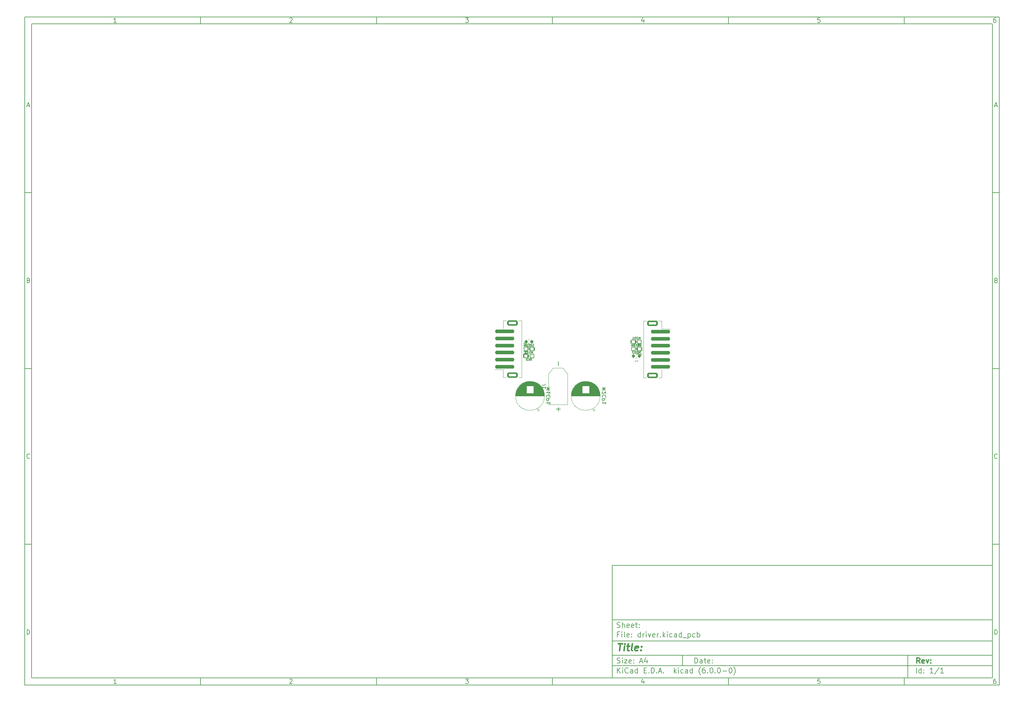
<source format=gbo>
%TF.GenerationSoftware,KiCad,Pcbnew,(6.0.0-0)*%
%TF.CreationDate,2022-05-20T11:27:59+08:00*%
%TF.ProjectId,driver,64726976-6572-42e6-9b69-6361645f7063,rev?*%
%TF.SameCoordinates,Original*%
%TF.FileFunction,Legend,Bot*%
%TF.FilePolarity,Positive*%
%FSLAX46Y46*%
G04 Gerber Fmt 4.6, Leading zero omitted, Abs format (unit mm)*
G04 Created by KiCad (PCBNEW (6.0.0-0)) date 2022-05-20 11:27:59*
%MOMM*%
%LPD*%
G01*
G04 APERTURE LIST*
G04 Aperture macros list*
%AMRoundRect*
0 Rectangle with rounded corners*
0 $1 Rounding radius*
0 $2 $3 $4 $5 $6 $7 $8 $9 X,Y pos of 4 corners*
0 Add a 4 corners polygon primitive as box body*
4,1,4,$2,$3,$4,$5,$6,$7,$8,$9,$2,$3,0*
0 Add four circle primitives for the rounded corners*
1,1,$1+$1,$2,$3*
1,1,$1+$1,$4,$5*
1,1,$1+$1,$6,$7*
1,1,$1+$1,$8,$9*
0 Add four rect primitives between the rounded corners*
20,1,$1+$1,$2,$3,$4,$5,0*
20,1,$1+$1,$4,$5,$6,$7,0*
20,1,$1+$1,$6,$7,$8,$9,0*
20,1,$1+$1,$8,$9,$2,$3,0*%
G04 Aperture macros list end*
%ADD10C,0.100000*%
%ADD11C,0.150000*%
%ADD12C,0.300000*%
%ADD13C,0.400000*%
%ADD14C,0.127000*%
%ADD15C,0.045000*%
%ADD16C,0.120000*%
%ADD17R,1.700000X1.700000*%
%ADD18O,1.700000X1.700000*%
%ADD19RoundRect,0.101600X0.499110X-0.499110X0.499110X0.499110X-0.499110X0.499110X-0.499110X-0.499110X0*%
%ADD20RoundRect,0.250000X2.500000X-0.250000X2.500000X0.250000X-2.500000X0.250000X-2.500000X-0.250000X0*%
%ADD21RoundRect,0.250000X1.250000X-0.550000X1.250000X0.550000X-1.250000X0.550000X-1.250000X-0.550000X0*%
%ADD22RoundRect,0.101600X-0.499110X0.499110X-0.499110X-0.499110X0.499110X-0.499110X0.499110X0.499110X0*%
%ADD23R,1.600000X1.600000*%
%ADD24C,1.600000*%
%ADD25RoundRect,0.250000X-2.500000X0.250000X-2.500000X-0.250000X2.500000X-0.250000X2.500000X0.250000X0*%
%ADD26RoundRect,0.250000X-1.250000X0.550000X-1.250000X-0.550000X1.250000X-0.550000X1.250000X0.550000X0*%
%ADD27RoundRect,0.200000X0.200000X0.275000X-0.200000X0.275000X-0.200000X-0.275000X0.200000X-0.275000X0*%
%ADD28R,3.800000X3.800000*%
%ADD29C,4.000000*%
G04 APERTURE END LIST*
D10*
D11*
X177002200Y-166007200D02*
X177002200Y-198007200D01*
X285002200Y-198007200D01*
X285002200Y-166007200D01*
X177002200Y-166007200D01*
D10*
D11*
X10000000Y-10000000D02*
X10000000Y-200007200D01*
X287002200Y-200007200D01*
X287002200Y-10000000D01*
X10000000Y-10000000D01*
D10*
D11*
X12000000Y-12000000D02*
X12000000Y-198007200D01*
X285002200Y-198007200D01*
X285002200Y-12000000D01*
X12000000Y-12000000D01*
D10*
D11*
X60000000Y-12000000D02*
X60000000Y-10000000D01*
D10*
D11*
X110000000Y-12000000D02*
X110000000Y-10000000D01*
D10*
D11*
X160000000Y-12000000D02*
X160000000Y-10000000D01*
D10*
D11*
X210000000Y-12000000D02*
X210000000Y-10000000D01*
D10*
D11*
X260000000Y-12000000D02*
X260000000Y-10000000D01*
D10*
D11*
X36065476Y-11588095D02*
X35322619Y-11588095D01*
X35694047Y-11588095D02*
X35694047Y-10288095D01*
X35570238Y-10473809D01*
X35446428Y-10597619D01*
X35322619Y-10659523D01*
D10*
D11*
X85322619Y-10411904D02*
X85384523Y-10350000D01*
X85508333Y-10288095D01*
X85817857Y-10288095D01*
X85941666Y-10350000D01*
X86003571Y-10411904D01*
X86065476Y-10535714D01*
X86065476Y-10659523D01*
X86003571Y-10845238D01*
X85260714Y-11588095D01*
X86065476Y-11588095D01*
D10*
D11*
X135260714Y-10288095D02*
X136065476Y-10288095D01*
X135632142Y-10783333D01*
X135817857Y-10783333D01*
X135941666Y-10845238D01*
X136003571Y-10907142D01*
X136065476Y-11030952D01*
X136065476Y-11340476D01*
X136003571Y-11464285D01*
X135941666Y-11526190D01*
X135817857Y-11588095D01*
X135446428Y-11588095D01*
X135322619Y-11526190D01*
X135260714Y-11464285D01*
D10*
D11*
X185941666Y-10721428D02*
X185941666Y-11588095D01*
X185632142Y-10226190D02*
X185322619Y-11154761D01*
X186127380Y-11154761D01*
D10*
D11*
X236003571Y-10288095D02*
X235384523Y-10288095D01*
X235322619Y-10907142D01*
X235384523Y-10845238D01*
X235508333Y-10783333D01*
X235817857Y-10783333D01*
X235941666Y-10845238D01*
X236003571Y-10907142D01*
X236065476Y-11030952D01*
X236065476Y-11340476D01*
X236003571Y-11464285D01*
X235941666Y-11526190D01*
X235817857Y-11588095D01*
X235508333Y-11588095D01*
X235384523Y-11526190D01*
X235322619Y-11464285D01*
D10*
D11*
X285941666Y-10288095D02*
X285694047Y-10288095D01*
X285570238Y-10350000D01*
X285508333Y-10411904D01*
X285384523Y-10597619D01*
X285322619Y-10845238D01*
X285322619Y-11340476D01*
X285384523Y-11464285D01*
X285446428Y-11526190D01*
X285570238Y-11588095D01*
X285817857Y-11588095D01*
X285941666Y-11526190D01*
X286003571Y-11464285D01*
X286065476Y-11340476D01*
X286065476Y-11030952D01*
X286003571Y-10907142D01*
X285941666Y-10845238D01*
X285817857Y-10783333D01*
X285570238Y-10783333D01*
X285446428Y-10845238D01*
X285384523Y-10907142D01*
X285322619Y-11030952D01*
D10*
D11*
X60000000Y-198007200D02*
X60000000Y-200007200D01*
D10*
D11*
X110000000Y-198007200D02*
X110000000Y-200007200D01*
D10*
D11*
X160000000Y-198007200D02*
X160000000Y-200007200D01*
D10*
D11*
X210000000Y-198007200D02*
X210000000Y-200007200D01*
D10*
D11*
X260000000Y-198007200D02*
X260000000Y-200007200D01*
D10*
D11*
X36065476Y-199595295D02*
X35322619Y-199595295D01*
X35694047Y-199595295D02*
X35694047Y-198295295D01*
X35570238Y-198481009D01*
X35446428Y-198604819D01*
X35322619Y-198666723D01*
D10*
D11*
X85322619Y-198419104D02*
X85384523Y-198357200D01*
X85508333Y-198295295D01*
X85817857Y-198295295D01*
X85941666Y-198357200D01*
X86003571Y-198419104D01*
X86065476Y-198542914D01*
X86065476Y-198666723D01*
X86003571Y-198852438D01*
X85260714Y-199595295D01*
X86065476Y-199595295D01*
D10*
D11*
X135260714Y-198295295D02*
X136065476Y-198295295D01*
X135632142Y-198790533D01*
X135817857Y-198790533D01*
X135941666Y-198852438D01*
X136003571Y-198914342D01*
X136065476Y-199038152D01*
X136065476Y-199347676D01*
X136003571Y-199471485D01*
X135941666Y-199533390D01*
X135817857Y-199595295D01*
X135446428Y-199595295D01*
X135322619Y-199533390D01*
X135260714Y-199471485D01*
D10*
D11*
X185941666Y-198728628D02*
X185941666Y-199595295D01*
X185632142Y-198233390D02*
X185322619Y-199161961D01*
X186127380Y-199161961D01*
D10*
D11*
X236003571Y-198295295D02*
X235384523Y-198295295D01*
X235322619Y-198914342D01*
X235384523Y-198852438D01*
X235508333Y-198790533D01*
X235817857Y-198790533D01*
X235941666Y-198852438D01*
X236003571Y-198914342D01*
X236065476Y-199038152D01*
X236065476Y-199347676D01*
X236003571Y-199471485D01*
X235941666Y-199533390D01*
X235817857Y-199595295D01*
X235508333Y-199595295D01*
X235384523Y-199533390D01*
X235322619Y-199471485D01*
D10*
D11*
X285941666Y-198295295D02*
X285694047Y-198295295D01*
X285570238Y-198357200D01*
X285508333Y-198419104D01*
X285384523Y-198604819D01*
X285322619Y-198852438D01*
X285322619Y-199347676D01*
X285384523Y-199471485D01*
X285446428Y-199533390D01*
X285570238Y-199595295D01*
X285817857Y-199595295D01*
X285941666Y-199533390D01*
X286003571Y-199471485D01*
X286065476Y-199347676D01*
X286065476Y-199038152D01*
X286003571Y-198914342D01*
X285941666Y-198852438D01*
X285817857Y-198790533D01*
X285570238Y-198790533D01*
X285446428Y-198852438D01*
X285384523Y-198914342D01*
X285322619Y-199038152D01*
D10*
D11*
X10000000Y-60000000D02*
X12000000Y-60000000D01*
D10*
D11*
X10000000Y-110000000D02*
X12000000Y-110000000D01*
D10*
D11*
X10000000Y-160000000D02*
X12000000Y-160000000D01*
D10*
D11*
X10690476Y-35216666D02*
X11309523Y-35216666D01*
X10566666Y-35588095D02*
X11000000Y-34288095D01*
X11433333Y-35588095D01*
D10*
D11*
X11092857Y-84907142D02*
X11278571Y-84969047D01*
X11340476Y-85030952D01*
X11402380Y-85154761D01*
X11402380Y-85340476D01*
X11340476Y-85464285D01*
X11278571Y-85526190D01*
X11154761Y-85588095D01*
X10659523Y-85588095D01*
X10659523Y-84288095D01*
X11092857Y-84288095D01*
X11216666Y-84350000D01*
X11278571Y-84411904D01*
X11340476Y-84535714D01*
X11340476Y-84659523D01*
X11278571Y-84783333D01*
X11216666Y-84845238D01*
X11092857Y-84907142D01*
X10659523Y-84907142D01*
D10*
D11*
X11402380Y-135464285D02*
X11340476Y-135526190D01*
X11154761Y-135588095D01*
X11030952Y-135588095D01*
X10845238Y-135526190D01*
X10721428Y-135402380D01*
X10659523Y-135278571D01*
X10597619Y-135030952D01*
X10597619Y-134845238D01*
X10659523Y-134597619D01*
X10721428Y-134473809D01*
X10845238Y-134350000D01*
X11030952Y-134288095D01*
X11154761Y-134288095D01*
X11340476Y-134350000D01*
X11402380Y-134411904D01*
D10*
D11*
X10659523Y-185588095D02*
X10659523Y-184288095D01*
X10969047Y-184288095D01*
X11154761Y-184350000D01*
X11278571Y-184473809D01*
X11340476Y-184597619D01*
X11402380Y-184845238D01*
X11402380Y-185030952D01*
X11340476Y-185278571D01*
X11278571Y-185402380D01*
X11154761Y-185526190D01*
X10969047Y-185588095D01*
X10659523Y-185588095D01*
D10*
D11*
X287002200Y-60000000D02*
X285002200Y-60000000D01*
D10*
D11*
X287002200Y-110000000D02*
X285002200Y-110000000D01*
D10*
D11*
X287002200Y-160000000D02*
X285002200Y-160000000D01*
D10*
D11*
X285692676Y-35216666D02*
X286311723Y-35216666D01*
X285568866Y-35588095D02*
X286002200Y-34288095D01*
X286435533Y-35588095D01*
D10*
D11*
X286095057Y-84907142D02*
X286280771Y-84969047D01*
X286342676Y-85030952D01*
X286404580Y-85154761D01*
X286404580Y-85340476D01*
X286342676Y-85464285D01*
X286280771Y-85526190D01*
X286156961Y-85588095D01*
X285661723Y-85588095D01*
X285661723Y-84288095D01*
X286095057Y-84288095D01*
X286218866Y-84350000D01*
X286280771Y-84411904D01*
X286342676Y-84535714D01*
X286342676Y-84659523D01*
X286280771Y-84783333D01*
X286218866Y-84845238D01*
X286095057Y-84907142D01*
X285661723Y-84907142D01*
D10*
D11*
X286404580Y-135464285D02*
X286342676Y-135526190D01*
X286156961Y-135588095D01*
X286033152Y-135588095D01*
X285847438Y-135526190D01*
X285723628Y-135402380D01*
X285661723Y-135278571D01*
X285599819Y-135030952D01*
X285599819Y-134845238D01*
X285661723Y-134597619D01*
X285723628Y-134473809D01*
X285847438Y-134350000D01*
X286033152Y-134288095D01*
X286156961Y-134288095D01*
X286342676Y-134350000D01*
X286404580Y-134411904D01*
D10*
D11*
X285661723Y-185588095D02*
X285661723Y-184288095D01*
X285971247Y-184288095D01*
X286156961Y-184350000D01*
X286280771Y-184473809D01*
X286342676Y-184597619D01*
X286404580Y-184845238D01*
X286404580Y-185030952D01*
X286342676Y-185278571D01*
X286280771Y-185402380D01*
X286156961Y-185526190D01*
X285971247Y-185588095D01*
X285661723Y-185588095D01*
D10*
D11*
X200434342Y-193785771D02*
X200434342Y-192285771D01*
X200791485Y-192285771D01*
X201005771Y-192357200D01*
X201148628Y-192500057D01*
X201220057Y-192642914D01*
X201291485Y-192928628D01*
X201291485Y-193142914D01*
X201220057Y-193428628D01*
X201148628Y-193571485D01*
X201005771Y-193714342D01*
X200791485Y-193785771D01*
X200434342Y-193785771D01*
X202577200Y-193785771D02*
X202577200Y-193000057D01*
X202505771Y-192857200D01*
X202362914Y-192785771D01*
X202077200Y-192785771D01*
X201934342Y-192857200D01*
X202577200Y-193714342D02*
X202434342Y-193785771D01*
X202077200Y-193785771D01*
X201934342Y-193714342D01*
X201862914Y-193571485D01*
X201862914Y-193428628D01*
X201934342Y-193285771D01*
X202077200Y-193214342D01*
X202434342Y-193214342D01*
X202577200Y-193142914D01*
X203077200Y-192785771D02*
X203648628Y-192785771D01*
X203291485Y-192285771D02*
X203291485Y-193571485D01*
X203362914Y-193714342D01*
X203505771Y-193785771D01*
X203648628Y-193785771D01*
X204720057Y-193714342D02*
X204577200Y-193785771D01*
X204291485Y-193785771D01*
X204148628Y-193714342D01*
X204077200Y-193571485D01*
X204077200Y-193000057D01*
X204148628Y-192857200D01*
X204291485Y-192785771D01*
X204577200Y-192785771D01*
X204720057Y-192857200D01*
X204791485Y-193000057D01*
X204791485Y-193142914D01*
X204077200Y-193285771D01*
X205434342Y-193642914D02*
X205505771Y-193714342D01*
X205434342Y-193785771D01*
X205362914Y-193714342D01*
X205434342Y-193642914D01*
X205434342Y-193785771D01*
X205434342Y-192857200D02*
X205505771Y-192928628D01*
X205434342Y-193000057D01*
X205362914Y-192928628D01*
X205434342Y-192857200D01*
X205434342Y-193000057D01*
D10*
D11*
X177002200Y-194507200D02*
X285002200Y-194507200D01*
D10*
D11*
X178434342Y-196585771D02*
X178434342Y-195085771D01*
X179291485Y-196585771D02*
X178648628Y-195728628D01*
X179291485Y-195085771D02*
X178434342Y-195942914D01*
X179934342Y-196585771D02*
X179934342Y-195585771D01*
X179934342Y-195085771D02*
X179862914Y-195157200D01*
X179934342Y-195228628D01*
X180005771Y-195157200D01*
X179934342Y-195085771D01*
X179934342Y-195228628D01*
X181505771Y-196442914D02*
X181434342Y-196514342D01*
X181220057Y-196585771D01*
X181077200Y-196585771D01*
X180862914Y-196514342D01*
X180720057Y-196371485D01*
X180648628Y-196228628D01*
X180577200Y-195942914D01*
X180577200Y-195728628D01*
X180648628Y-195442914D01*
X180720057Y-195300057D01*
X180862914Y-195157200D01*
X181077200Y-195085771D01*
X181220057Y-195085771D01*
X181434342Y-195157200D01*
X181505771Y-195228628D01*
X182791485Y-196585771D02*
X182791485Y-195800057D01*
X182720057Y-195657200D01*
X182577200Y-195585771D01*
X182291485Y-195585771D01*
X182148628Y-195657200D01*
X182791485Y-196514342D02*
X182648628Y-196585771D01*
X182291485Y-196585771D01*
X182148628Y-196514342D01*
X182077200Y-196371485D01*
X182077200Y-196228628D01*
X182148628Y-196085771D01*
X182291485Y-196014342D01*
X182648628Y-196014342D01*
X182791485Y-195942914D01*
X184148628Y-196585771D02*
X184148628Y-195085771D01*
X184148628Y-196514342D02*
X184005771Y-196585771D01*
X183720057Y-196585771D01*
X183577200Y-196514342D01*
X183505771Y-196442914D01*
X183434342Y-196300057D01*
X183434342Y-195871485D01*
X183505771Y-195728628D01*
X183577200Y-195657200D01*
X183720057Y-195585771D01*
X184005771Y-195585771D01*
X184148628Y-195657200D01*
X186005771Y-195800057D02*
X186505771Y-195800057D01*
X186720057Y-196585771D02*
X186005771Y-196585771D01*
X186005771Y-195085771D01*
X186720057Y-195085771D01*
X187362914Y-196442914D02*
X187434342Y-196514342D01*
X187362914Y-196585771D01*
X187291485Y-196514342D01*
X187362914Y-196442914D01*
X187362914Y-196585771D01*
X188077200Y-196585771D02*
X188077200Y-195085771D01*
X188434342Y-195085771D01*
X188648628Y-195157200D01*
X188791485Y-195300057D01*
X188862914Y-195442914D01*
X188934342Y-195728628D01*
X188934342Y-195942914D01*
X188862914Y-196228628D01*
X188791485Y-196371485D01*
X188648628Y-196514342D01*
X188434342Y-196585771D01*
X188077200Y-196585771D01*
X189577200Y-196442914D02*
X189648628Y-196514342D01*
X189577200Y-196585771D01*
X189505771Y-196514342D01*
X189577200Y-196442914D01*
X189577200Y-196585771D01*
X190220057Y-196157200D02*
X190934342Y-196157200D01*
X190077200Y-196585771D02*
X190577200Y-195085771D01*
X191077200Y-196585771D01*
X191577200Y-196442914D02*
X191648628Y-196514342D01*
X191577200Y-196585771D01*
X191505771Y-196514342D01*
X191577200Y-196442914D01*
X191577200Y-196585771D01*
X194577200Y-196585771D02*
X194577200Y-195085771D01*
X194720057Y-196014342D02*
X195148628Y-196585771D01*
X195148628Y-195585771D02*
X194577200Y-196157200D01*
X195791485Y-196585771D02*
X195791485Y-195585771D01*
X195791485Y-195085771D02*
X195720057Y-195157200D01*
X195791485Y-195228628D01*
X195862914Y-195157200D01*
X195791485Y-195085771D01*
X195791485Y-195228628D01*
X197148628Y-196514342D02*
X197005771Y-196585771D01*
X196720057Y-196585771D01*
X196577200Y-196514342D01*
X196505771Y-196442914D01*
X196434342Y-196300057D01*
X196434342Y-195871485D01*
X196505771Y-195728628D01*
X196577200Y-195657200D01*
X196720057Y-195585771D01*
X197005771Y-195585771D01*
X197148628Y-195657200D01*
X198434342Y-196585771D02*
X198434342Y-195800057D01*
X198362914Y-195657200D01*
X198220057Y-195585771D01*
X197934342Y-195585771D01*
X197791485Y-195657200D01*
X198434342Y-196514342D02*
X198291485Y-196585771D01*
X197934342Y-196585771D01*
X197791485Y-196514342D01*
X197720057Y-196371485D01*
X197720057Y-196228628D01*
X197791485Y-196085771D01*
X197934342Y-196014342D01*
X198291485Y-196014342D01*
X198434342Y-195942914D01*
X199791485Y-196585771D02*
X199791485Y-195085771D01*
X199791485Y-196514342D02*
X199648628Y-196585771D01*
X199362914Y-196585771D01*
X199220057Y-196514342D01*
X199148628Y-196442914D01*
X199077200Y-196300057D01*
X199077200Y-195871485D01*
X199148628Y-195728628D01*
X199220057Y-195657200D01*
X199362914Y-195585771D01*
X199648628Y-195585771D01*
X199791485Y-195657200D01*
X202077200Y-197157200D02*
X202005771Y-197085771D01*
X201862914Y-196871485D01*
X201791485Y-196728628D01*
X201720057Y-196514342D01*
X201648628Y-196157200D01*
X201648628Y-195871485D01*
X201720057Y-195514342D01*
X201791485Y-195300057D01*
X201862914Y-195157200D01*
X202005771Y-194942914D01*
X202077200Y-194871485D01*
X203291485Y-195085771D02*
X203005771Y-195085771D01*
X202862914Y-195157200D01*
X202791485Y-195228628D01*
X202648628Y-195442914D01*
X202577200Y-195728628D01*
X202577200Y-196300057D01*
X202648628Y-196442914D01*
X202720057Y-196514342D01*
X202862914Y-196585771D01*
X203148628Y-196585771D01*
X203291485Y-196514342D01*
X203362914Y-196442914D01*
X203434342Y-196300057D01*
X203434342Y-195942914D01*
X203362914Y-195800057D01*
X203291485Y-195728628D01*
X203148628Y-195657200D01*
X202862914Y-195657200D01*
X202720057Y-195728628D01*
X202648628Y-195800057D01*
X202577200Y-195942914D01*
X204077200Y-196442914D02*
X204148628Y-196514342D01*
X204077200Y-196585771D01*
X204005771Y-196514342D01*
X204077200Y-196442914D01*
X204077200Y-196585771D01*
X205077200Y-195085771D02*
X205220057Y-195085771D01*
X205362914Y-195157200D01*
X205434342Y-195228628D01*
X205505771Y-195371485D01*
X205577200Y-195657200D01*
X205577200Y-196014342D01*
X205505771Y-196300057D01*
X205434342Y-196442914D01*
X205362914Y-196514342D01*
X205220057Y-196585771D01*
X205077200Y-196585771D01*
X204934342Y-196514342D01*
X204862914Y-196442914D01*
X204791485Y-196300057D01*
X204720057Y-196014342D01*
X204720057Y-195657200D01*
X204791485Y-195371485D01*
X204862914Y-195228628D01*
X204934342Y-195157200D01*
X205077200Y-195085771D01*
X206220057Y-196442914D02*
X206291485Y-196514342D01*
X206220057Y-196585771D01*
X206148628Y-196514342D01*
X206220057Y-196442914D01*
X206220057Y-196585771D01*
X207220057Y-195085771D02*
X207362914Y-195085771D01*
X207505771Y-195157200D01*
X207577200Y-195228628D01*
X207648628Y-195371485D01*
X207720057Y-195657200D01*
X207720057Y-196014342D01*
X207648628Y-196300057D01*
X207577200Y-196442914D01*
X207505771Y-196514342D01*
X207362914Y-196585771D01*
X207220057Y-196585771D01*
X207077200Y-196514342D01*
X207005771Y-196442914D01*
X206934342Y-196300057D01*
X206862914Y-196014342D01*
X206862914Y-195657200D01*
X206934342Y-195371485D01*
X207005771Y-195228628D01*
X207077200Y-195157200D01*
X207220057Y-195085771D01*
X208362914Y-196014342D02*
X209505771Y-196014342D01*
X210505771Y-195085771D02*
X210648628Y-195085771D01*
X210791485Y-195157200D01*
X210862914Y-195228628D01*
X210934342Y-195371485D01*
X211005771Y-195657200D01*
X211005771Y-196014342D01*
X210934342Y-196300057D01*
X210862914Y-196442914D01*
X210791485Y-196514342D01*
X210648628Y-196585771D01*
X210505771Y-196585771D01*
X210362914Y-196514342D01*
X210291485Y-196442914D01*
X210220057Y-196300057D01*
X210148628Y-196014342D01*
X210148628Y-195657200D01*
X210220057Y-195371485D01*
X210291485Y-195228628D01*
X210362914Y-195157200D01*
X210505771Y-195085771D01*
X211505771Y-197157200D02*
X211577200Y-197085771D01*
X211720057Y-196871485D01*
X211791485Y-196728628D01*
X211862914Y-196514342D01*
X211934342Y-196157200D01*
X211934342Y-195871485D01*
X211862914Y-195514342D01*
X211791485Y-195300057D01*
X211720057Y-195157200D01*
X211577200Y-194942914D01*
X211505771Y-194871485D01*
D10*
D11*
X177002200Y-191507200D02*
X285002200Y-191507200D01*
D10*
D12*
X264411485Y-193785771D02*
X263911485Y-193071485D01*
X263554342Y-193785771D02*
X263554342Y-192285771D01*
X264125771Y-192285771D01*
X264268628Y-192357200D01*
X264340057Y-192428628D01*
X264411485Y-192571485D01*
X264411485Y-192785771D01*
X264340057Y-192928628D01*
X264268628Y-193000057D01*
X264125771Y-193071485D01*
X263554342Y-193071485D01*
X265625771Y-193714342D02*
X265482914Y-193785771D01*
X265197200Y-193785771D01*
X265054342Y-193714342D01*
X264982914Y-193571485D01*
X264982914Y-193000057D01*
X265054342Y-192857200D01*
X265197200Y-192785771D01*
X265482914Y-192785771D01*
X265625771Y-192857200D01*
X265697200Y-193000057D01*
X265697200Y-193142914D01*
X264982914Y-193285771D01*
X266197200Y-192785771D02*
X266554342Y-193785771D01*
X266911485Y-192785771D01*
X267482914Y-193642914D02*
X267554342Y-193714342D01*
X267482914Y-193785771D01*
X267411485Y-193714342D01*
X267482914Y-193642914D01*
X267482914Y-193785771D01*
X267482914Y-192857200D02*
X267554342Y-192928628D01*
X267482914Y-193000057D01*
X267411485Y-192928628D01*
X267482914Y-192857200D01*
X267482914Y-193000057D01*
D10*
D11*
X178362914Y-193714342D02*
X178577200Y-193785771D01*
X178934342Y-193785771D01*
X179077200Y-193714342D01*
X179148628Y-193642914D01*
X179220057Y-193500057D01*
X179220057Y-193357200D01*
X179148628Y-193214342D01*
X179077200Y-193142914D01*
X178934342Y-193071485D01*
X178648628Y-193000057D01*
X178505771Y-192928628D01*
X178434342Y-192857200D01*
X178362914Y-192714342D01*
X178362914Y-192571485D01*
X178434342Y-192428628D01*
X178505771Y-192357200D01*
X178648628Y-192285771D01*
X179005771Y-192285771D01*
X179220057Y-192357200D01*
X179862914Y-193785771D02*
X179862914Y-192785771D01*
X179862914Y-192285771D02*
X179791485Y-192357200D01*
X179862914Y-192428628D01*
X179934342Y-192357200D01*
X179862914Y-192285771D01*
X179862914Y-192428628D01*
X180434342Y-192785771D02*
X181220057Y-192785771D01*
X180434342Y-193785771D01*
X181220057Y-193785771D01*
X182362914Y-193714342D02*
X182220057Y-193785771D01*
X181934342Y-193785771D01*
X181791485Y-193714342D01*
X181720057Y-193571485D01*
X181720057Y-193000057D01*
X181791485Y-192857200D01*
X181934342Y-192785771D01*
X182220057Y-192785771D01*
X182362914Y-192857200D01*
X182434342Y-193000057D01*
X182434342Y-193142914D01*
X181720057Y-193285771D01*
X183077200Y-193642914D02*
X183148628Y-193714342D01*
X183077200Y-193785771D01*
X183005771Y-193714342D01*
X183077200Y-193642914D01*
X183077200Y-193785771D01*
X183077200Y-192857200D02*
X183148628Y-192928628D01*
X183077200Y-193000057D01*
X183005771Y-192928628D01*
X183077200Y-192857200D01*
X183077200Y-193000057D01*
X184862914Y-193357200D02*
X185577200Y-193357200D01*
X184720057Y-193785771D02*
X185220057Y-192285771D01*
X185720057Y-193785771D01*
X186862914Y-192785771D02*
X186862914Y-193785771D01*
X186505771Y-192214342D02*
X186148628Y-193285771D01*
X187077200Y-193285771D01*
D10*
D11*
X263434342Y-196585771D02*
X263434342Y-195085771D01*
X264791485Y-196585771D02*
X264791485Y-195085771D01*
X264791485Y-196514342D02*
X264648628Y-196585771D01*
X264362914Y-196585771D01*
X264220057Y-196514342D01*
X264148628Y-196442914D01*
X264077200Y-196300057D01*
X264077200Y-195871485D01*
X264148628Y-195728628D01*
X264220057Y-195657200D01*
X264362914Y-195585771D01*
X264648628Y-195585771D01*
X264791485Y-195657200D01*
X265505771Y-196442914D02*
X265577200Y-196514342D01*
X265505771Y-196585771D01*
X265434342Y-196514342D01*
X265505771Y-196442914D01*
X265505771Y-196585771D01*
X265505771Y-195657200D02*
X265577200Y-195728628D01*
X265505771Y-195800057D01*
X265434342Y-195728628D01*
X265505771Y-195657200D01*
X265505771Y-195800057D01*
X268148628Y-196585771D02*
X267291485Y-196585771D01*
X267720057Y-196585771D02*
X267720057Y-195085771D01*
X267577200Y-195300057D01*
X267434342Y-195442914D01*
X267291485Y-195514342D01*
X269862914Y-195014342D02*
X268577200Y-196942914D01*
X271148628Y-196585771D02*
X270291485Y-196585771D01*
X270720057Y-196585771D02*
X270720057Y-195085771D01*
X270577200Y-195300057D01*
X270434342Y-195442914D01*
X270291485Y-195514342D01*
D10*
D11*
X177002200Y-187507200D02*
X285002200Y-187507200D01*
D10*
D13*
X178714580Y-188211961D02*
X179857438Y-188211961D01*
X179036009Y-190211961D02*
X179286009Y-188211961D01*
X180274104Y-190211961D02*
X180440771Y-188878628D01*
X180524104Y-188211961D02*
X180416961Y-188307200D01*
X180500295Y-188402438D01*
X180607438Y-188307200D01*
X180524104Y-188211961D01*
X180500295Y-188402438D01*
X181107438Y-188878628D02*
X181869342Y-188878628D01*
X181476485Y-188211961D02*
X181262200Y-189926247D01*
X181333628Y-190116723D01*
X181512200Y-190211961D01*
X181702676Y-190211961D01*
X182655057Y-190211961D02*
X182476485Y-190116723D01*
X182405057Y-189926247D01*
X182619342Y-188211961D01*
X184190771Y-190116723D02*
X183988390Y-190211961D01*
X183607438Y-190211961D01*
X183428866Y-190116723D01*
X183357438Y-189926247D01*
X183452676Y-189164342D01*
X183571723Y-188973866D01*
X183774104Y-188878628D01*
X184155057Y-188878628D01*
X184333628Y-188973866D01*
X184405057Y-189164342D01*
X184381247Y-189354819D01*
X183405057Y-189545295D01*
X185155057Y-190021485D02*
X185238390Y-190116723D01*
X185131247Y-190211961D01*
X185047914Y-190116723D01*
X185155057Y-190021485D01*
X185131247Y-190211961D01*
X185286009Y-188973866D02*
X185369342Y-189069104D01*
X185262200Y-189164342D01*
X185178866Y-189069104D01*
X185286009Y-188973866D01*
X185262200Y-189164342D01*
D10*
D11*
X178934342Y-185600057D02*
X178434342Y-185600057D01*
X178434342Y-186385771D02*
X178434342Y-184885771D01*
X179148628Y-184885771D01*
X179720057Y-186385771D02*
X179720057Y-185385771D01*
X179720057Y-184885771D02*
X179648628Y-184957200D01*
X179720057Y-185028628D01*
X179791485Y-184957200D01*
X179720057Y-184885771D01*
X179720057Y-185028628D01*
X180648628Y-186385771D02*
X180505771Y-186314342D01*
X180434342Y-186171485D01*
X180434342Y-184885771D01*
X181791485Y-186314342D02*
X181648628Y-186385771D01*
X181362914Y-186385771D01*
X181220057Y-186314342D01*
X181148628Y-186171485D01*
X181148628Y-185600057D01*
X181220057Y-185457200D01*
X181362914Y-185385771D01*
X181648628Y-185385771D01*
X181791485Y-185457200D01*
X181862914Y-185600057D01*
X181862914Y-185742914D01*
X181148628Y-185885771D01*
X182505771Y-186242914D02*
X182577200Y-186314342D01*
X182505771Y-186385771D01*
X182434342Y-186314342D01*
X182505771Y-186242914D01*
X182505771Y-186385771D01*
X182505771Y-185457200D02*
X182577200Y-185528628D01*
X182505771Y-185600057D01*
X182434342Y-185528628D01*
X182505771Y-185457200D01*
X182505771Y-185600057D01*
X185005771Y-186385771D02*
X185005771Y-184885771D01*
X185005771Y-186314342D02*
X184862914Y-186385771D01*
X184577200Y-186385771D01*
X184434342Y-186314342D01*
X184362914Y-186242914D01*
X184291485Y-186100057D01*
X184291485Y-185671485D01*
X184362914Y-185528628D01*
X184434342Y-185457200D01*
X184577200Y-185385771D01*
X184862914Y-185385771D01*
X185005771Y-185457200D01*
X185720057Y-186385771D02*
X185720057Y-185385771D01*
X185720057Y-185671485D02*
X185791485Y-185528628D01*
X185862914Y-185457200D01*
X186005771Y-185385771D01*
X186148628Y-185385771D01*
X186648628Y-186385771D02*
X186648628Y-185385771D01*
X186648628Y-184885771D02*
X186577200Y-184957200D01*
X186648628Y-185028628D01*
X186720057Y-184957200D01*
X186648628Y-184885771D01*
X186648628Y-185028628D01*
X187220057Y-185385771D02*
X187577200Y-186385771D01*
X187934342Y-185385771D01*
X189077200Y-186314342D02*
X188934342Y-186385771D01*
X188648628Y-186385771D01*
X188505771Y-186314342D01*
X188434342Y-186171485D01*
X188434342Y-185600057D01*
X188505771Y-185457200D01*
X188648628Y-185385771D01*
X188934342Y-185385771D01*
X189077200Y-185457200D01*
X189148628Y-185600057D01*
X189148628Y-185742914D01*
X188434342Y-185885771D01*
X189791485Y-186385771D02*
X189791485Y-185385771D01*
X189791485Y-185671485D02*
X189862914Y-185528628D01*
X189934342Y-185457200D01*
X190077200Y-185385771D01*
X190220057Y-185385771D01*
X190720057Y-186242914D02*
X190791485Y-186314342D01*
X190720057Y-186385771D01*
X190648628Y-186314342D01*
X190720057Y-186242914D01*
X190720057Y-186385771D01*
X191434342Y-186385771D02*
X191434342Y-184885771D01*
X191577200Y-185814342D02*
X192005771Y-186385771D01*
X192005771Y-185385771D02*
X191434342Y-185957200D01*
X192648628Y-186385771D02*
X192648628Y-185385771D01*
X192648628Y-184885771D02*
X192577200Y-184957200D01*
X192648628Y-185028628D01*
X192720057Y-184957200D01*
X192648628Y-184885771D01*
X192648628Y-185028628D01*
X194005771Y-186314342D02*
X193862914Y-186385771D01*
X193577200Y-186385771D01*
X193434342Y-186314342D01*
X193362914Y-186242914D01*
X193291485Y-186100057D01*
X193291485Y-185671485D01*
X193362914Y-185528628D01*
X193434342Y-185457200D01*
X193577200Y-185385771D01*
X193862914Y-185385771D01*
X194005771Y-185457200D01*
X195291485Y-186385771D02*
X195291485Y-185600057D01*
X195220057Y-185457200D01*
X195077200Y-185385771D01*
X194791485Y-185385771D01*
X194648628Y-185457200D01*
X195291485Y-186314342D02*
X195148628Y-186385771D01*
X194791485Y-186385771D01*
X194648628Y-186314342D01*
X194577200Y-186171485D01*
X194577200Y-186028628D01*
X194648628Y-185885771D01*
X194791485Y-185814342D01*
X195148628Y-185814342D01*
X195291485Y-185742914D01*
X196648628Y-186385771D02*
X196648628Y-184885771D01*
X196648628Y-186314342D02*
X196505771Y-186385771D01*
X196220057Y-186385771D01*
X196077200Y-186314342D01*
X196005771Y-186242914D01*
X195934342Y-186100057D01*
X195934342Y-185671485D01*
X196005771Y-185528628D01*
X196077200Y-185457200D01*
X196220057Y-185385771D01*
X196505771Y-185385771D01*
X196648628Y-185457200D01*
X197005771Y-186528628D02*
X198148628Y-186528628D01*
X198505771Y-185385771D02*
X198505771Y-186885771D01*
X198505771Y-185457200D02*
X198648628Y-185385771D01*
X198934342Y-185385771D01*
X199077200Y-185457200D01*
X199148628Y-185528628D01*
X199220057Y-185671485D01*
X199220057Y-186100057D01*
X199148628Y-186242914D01*
X199077200Y-186314342D01*
X198934342Y-186385771D01*
X198648628Y-186385771D01*
X198505771Y-186314342D01*
X200505771Y-186314342D02*
X200362914Y-186385771D01*
X200077200Y-186385771D01*
X199934342Y-186314342D01*
X199862914Y-186242914D01*
X199791485Y-186100057D01*
X199791485Y-185671485D01*
X199862914Y-185528628D01*
X199934342Y-185457200D01*
X200077200Y-185385771D01*
X200362914Y-185385771D01*
X200505771Y-185457200D01*
X201148628Y-186385771D02*
X201148628Y-184885771D01*
X201148628Y-185457200D02*
X201291485Y-185385771D01*
X201577200Y-185385771D01*
X201720057Y-185457200D01*
X201791485Y-185528628D01*
X201862914Y-185671485D01*
X201862914Y-186100057D01*
X201791485Y-186242914D01*
X201720057Y-186314342D01*
X201577200Y-186385771D01*
X201291485Y-186385771D01*
X201148628Y-186314342D01*
D10*
D11*
X177002200Y-181507200D02*
X285002200Y-181507200D01*
D10*
D11*
X178362914Y-183614342D02*
X178577200Y-183685771D01*
X178934342Y-183685771D01*
X179077200Y-183614342D01*
X179148628Y-183542914D01*
X179220057Y-183400057D01*
X179220057Y-183257200D01*
X179148628Y-183114342D01*
X179077200Y-183042914D01*
X178934342Y-182971485D01*
X178648628Y-182900057D01*
X178505771Y-182828628D01*
X178434342Y-182757200D01*
X178362914Y-182614342D01*
X178362914Y-182471485D01*
X178434342Y-182328628D01*
X178505771Y-182257200D01*
X178648628Y-182185771D01*
X179005771Y-182185771D01*
X179220057Y-182257200D01*
X179862914Y-183685771D02*
X179862914Y-182185771D01*
X180505771Y-183685771D02*
X180505771Y-182900057D01*
X180434342Y-182757200D01*
X180291485Y-182685771D01*
X180077200Y-182685771D01*
X179934342Y-182757200D01*
X179862914Y-182828628D01*
X181791485Y-183614342D02*
X181648628Y-183685771D01*
X181362914Y-183685771D01*
X181220057Y-183614342D01*
X181148628Y-183471485D01*
X181148628Y-182900057D01*
X181220057Y-182757200D01*
X181362914Y-182685771D01*
X181648628Y-182685771D01*
X181791485Y-182757200D01*
X181862914Y-182900057D01*
X181862914Y-183042914D01*
X181148628Y-183185771D01*
X183077200Y-183614342D02*
X182934342Y-183685771D01*
X182648628Y-183685771D01*
X182505771Y-183614342D01*
X182434342Y-183471485D01*
X182434342Y-182900057D01*
X182505771Y-182757200D01*
X182648628Y-182685771D01*
X182934342Y-182685771D01*
X183077200Y-182757200D01*
X183148628Y-182900057D01*
X183148628Y-183042914D01*
X182434342Y-183185771D01*
X183577200Y-182685771D02*
X184148628Y-182685771D01*
X183791485Y-182185771D02*
X183791485Y-183471485D01*
X183862914Y-183614342D01*
X184005771Y-183685771D01*
X184148628Y-183685771D01*
X184648628Y-183542914D02*
X184720057Y-183614342D01*
X184648628Y-183685771D01*
X184577200Y-183614342D01*
X184648628Y-183542914D01*
X184648628Y-183685771D01*
X184648628Y-182757200D02*
X184720057Y-182828628D01*
X184648628Y-182900057D01*
X184577200Y-182828628D01*
X184648628Y-182757200D01*
X184648628Y-182900057D01*
D10*
D12*
D10*
D11*
D10*
D11*
D10*
D11*
D10*
D11*
D10*
D11*
X197002200Y-191507200D02*
X197002200Y-194507200D01*
D10*
D11*
X261002200Y-191507200D02*
X261002200Y-198007200D01*
D14*
%TO.C,M1D2*%
X154390271Y-105685771D02*
X154390271Y-105076171D01*
X154187071Y-105511600D01*
X153983871Y-105076171D01*
X153983871Y-105685771D01*
X153374271Y-105685771D02*
X153722614Y-105685771D01*
X153548442Y-105685771D02*
X153548442Y-105076171D01*
X153606500Y-105163257D01*
X153664557Y-105221314D01*
X153722614Y-105250342D01*
X153113014Y-105685771D02*
X153113014Y-105076171D01*
X152967871Y-105076171D01*
X152880785Y-105105200D01*
X152822728Y-105163257D01*
X152793700Y-105221314D01*
X152764671Y-105337428D01*
X152764671Y-105424514D01*
X152793700Y-105540628D01*
X152822728Y-105598685D01*
X152880785Y-105656742D01*
X152967871Y-105685771D01*
X153113014Y-105685771D01*
X152532442Y-105134228D02*
X152503414Y-105105200D01*
X152445357Y-105076171D01*
X152300214Y-105076171D01*
X152242157Y-105105200D01*
X152213128Y-105134228D01*
X152184100Y-105192285D01*
X152184100Y-105250342D01*
X152213128Y-105337428D01*
X152561471Y-105685771D01*
X152184100Y-105685771D01*
X154317700Y-103073200D02*
X154375757Y-103044171D01*
X154462842Y-103044171D01*
X154549928Y-103073200D01*
X154607985Y-103131257D01*
X154637014Y-103189314D01*
X154666042Y-103305428D01*
X154666042Y-103392514D01*
X154637014Y-103508628D01*
X154607985Y-103566685D01*
X154549928Y-103624742D01*
X154462842Y-103653771D01*
X154404785Y-103653771D01*
X154317700Y-103624742D01*
X154288671Y-103595714D01*
X154288671Y-103392514D01*
X154404785Y-103392514D01*
X153679071Y-103653771D02*
X153882271Y-103363485D01*
X154027414Y-103653771D02*
X154027414Y-103044171D01*
X153795185Y-103044171D01*
X153737128Y-103073200D01*
X153708100Y-103102228D01*
X153679071Y-103160285D01*
X153679071Y-103247371D01*
X153708100Y-103305428D01*
X153737128Y-103334457D01*
X153795185Y-103363485D01*
X154027414Y-103363485D01*
X153417814Y-103334457D02*
X153214614Y-103334457D01*
X153127528Y-103653771D02*
X153417814Y-103653771D01*
X153417814Y-103044171D01*
X153127528Y-103044171D01*
X152866271Y-103334457D02*
X152663071Y-103334457D01*
X152575985Y-103653771D02*
X152866271Y-103653771D01*
X152866271Y-103044171D01*
X152575985Y-103044171D01*
X152314728Y-103653771D02*
X152314728Y-103044171D01*
X151966385Y-103653771D01*
X151966385Y-103044171D01*
%TO.C,M2D2*%
X184921571Y-105685771D02*
X184921571Y-105076171D01*
X184718371Y-105511600D01*
X184515171Y-105076171D01*
X184515171Y-105685771D01*
X184253914Y-105134228D02*
X184224885Y-105105200D01*
X184166828Y-105076171D01*
X184021685Y-105076171D01*
X183963628Y-105105200D01*
X183934600Y-105134228D01*
X183905571Y-105192285D01*
X183905571Y-105250342D01*
X183934600Y-105337428D01*
X184282942Y-105685771D01*
X183905571Y-105685771D01*
X183644314Y-105685771D02*
X183644314Y-105076171D01*
X183499171Y-105076171D01*
X183412085Y-105105200D01*
X183354028Y-105163257D01*
X183325000Y-105221314D01*
X183295971Y-105337428D01*
X183295971Y-105424514D01*
X183325000Y-105540628D01*
X183354028Y-105598685D01*
X183412085Y-105656742D01*
X183499171Y-105685771D01*
X183644314Y-105685771D01*
X183063742Y-105134228D02*
X183034714Y-105105200D01*
X182976657Y-105076171D01*
X182831514Y-105076171D01*
X182773457Y-105105200D01*
X182744428Y-105134228D01*
X182715400Y-105192285D01*
X182715400Y-105250342D01*
X182744428Y-105337428D01*
X183092771Y-105685771D01*
X182715400Y-105685771D01*
X184849000Y-103073200D02*
X184907057Y-103044171D01*
X184994142Y-103044171D01*
X185081228Y-103073200D01*
X185139285Y-103131257D01*
X185168314Y-103189314D01*
X185197342Y-103305428D01*
X185197342Y-103392514D01*
X185168314Y-103508628D01*
X185139285Y-103566685D01*
X185081228Y-103624742D01*
X184994142Y-103653771D01*
X184936085Y-103653771D01*
X184849000Y-103624742D01*
X184819971Y-103595714D01*
X184819971Y-103392514D01*
X184936085Y-103392514D01*
X184210371Y-103653771D02*
X184413571Y-103363485D01*
X184558714Y-103653771D02*
X184558714Y-103044171D01*
X184326485Y-103044171D01*
X184268428Y-103073200D01*
X184239400Y-103102228D01*
X184210371Y-103160285D01*
X184210371Y-103247371D01*
X184239400Y-103305428D01*
X184268428Y-103334457D01*
X184326485Y-103363485D01*
X184558714Y-103363485D01*
X183949114Y-103334457D02*
X183745914Y-103334457D01*
X183658828Y-103653771D02*
X183949114Y-103653771D01*
X183949114Y-103044171D01*
X183658828Y-103044171D01*
X183397571Y-103334457D02*
X183194371Y-103334457D01*
X183107285Y-103653771D02*
X183397571Y-103653771D01*
X183397571Y-103044171D01*
X183107285Y-103044171D01*
X182846028Y-103653771D02*
X182846028Y-103044171D01*
X182497685Y-103653771D01*
X182497685Y-103044171D01*
D11*
%TO.C,M1J1*%
X152798726Y-102798533D02*
X151798726Y-102798533D01*
X152513012Y-103131866D01*
X151798726Y-103465200D01*
X152798726Y-103465200D01*
X152798726Y-104465200D02*
X152798726Y-103893771D01*
X152798726Y-104179485D02*
X151798726Y-104179485D01*
X151941584Y-104084247D01*
X152036822Y-103989009D01*
X152084441Y-103893771D01*
X151798726Y-105179485D02*
X152513012Y-105179485D01*
X152655869Y-105131866D01*
X152751107Y-105036628D01*
X152798726Y-104893771D01*
X152798726Y-104798533D01*
X152798726Y-106179485D02*
X152798726Y-105608057D01*
X152798726Y-105893771D02*
X151798726Y-105893771D01*
X151941584Y-105798533D01*
X152036822Y-105703295D01*
X152084441Y-105608057D01*
D14*
%TO.C,M1D1*%
X154390271Y-105685771D02*
X154390271Y-105076171D01*
X154187071Y-105511600D01*
X153983871Y-105076171D01*
X153983871Y-105685771D01*
X153374271Y-105685771D02*
X153722614Y-105685771D01*
X153548442Y-105685771D02*
X153548442Y-105076171D01*
X153606500Y-105163257D01*
X153664557Y-105221314D01*
X153722614Y-105250342D01*
X153113014Y-105685771D02*
X153113014Y-105076171D01*
X152967871Y-105076171D01*
X152880785Y-105105200D01*
X152822728Y-105163257D01*
X152793700Y-105221314D01*
X152764671Y-105337428D01*
X152764671Y-105424514D01*
X152793700Y-105540628D01*
X152822728Y-105598685D01*
X152880785Y-105656742D01*
X152967871Y-105685771D01*
X153113014Y-105685771D01*
X152184100Y-105685771D02*
X152532442Y-105685771D01*
X152358271Y-105685771D02*
X152358271Y-105076171D01*
X152416328Y-105163257D01*
X152474385Y-105221314D01*
X152532442Y-105250342D01*
X153693585Y-107717771D02*
X153896785Y-107427485D01*
X154041928Y-107717771D02*
X154041928Y-107108171D01*
X153809700Y-107108171D01*
X153751642Y-107137200D01*
X153722614Y-107166228D01*
X153693585Y-107224285D01*
X153693585Y-107311371D01*
X153722614Y-107369428D01*
X153751642Y-107398457D01*
X153809700Y-107427485D01*
X154041928Y-107427485D01*
X153432328Y-107398457D02*
X153229128Y-107398457D01*
X153142042Y-107717771D02*
X153432328Y-107717771D01*
X153432328Y-107108171D01*
X153142042Y-107108171D01*
X152880785Y-107717771D02*
X152880785Y-107108171D01*
X152735642Y-107108171D01*
X152648557Y-107137200D01*
X152590500Y-107195257D01*
X152561471Y-107253314D01*
X152532442Y-107369428D01*
X152532442Y-107456514D01*
X152561471Y-107572628D01*
X152590500Y-107630685D01*
X152648557Y-107688742D01*
X152735642Y-107717771D01*
X152880785Y-107717771D01*
D11*
%TO.C,M2CP1*%
X175134362Y-115472936D02*
X174134362Y-115472936D01*
X174848648Y-115806270D01*
X174134362Y-116139603D01*
X175134362Y-116139603D01*
X174229601Y-116568174D02*
X174181982Y-116615793D01*
X174134362Y-116711031D01*
X174134362Y-116949127D01*
X174181982Y-117044365D01*
X174229601Y-117091984D01*
X174324839Y-117139603D01*
X174420077Y-117139603D01*
X174562934Y-117091984D01*
X175134362Y-116520555D01*
X175134362Y-117139603D01*
X175039124Y-118139603D02*
X175086743Y-118091984D01*
X175134362Y-117949127D01*
X175134362Y-117853889D01*
X175086743Y-117711031D01*
X174991505Y-117615793D01*
X174896267Y-117568174D01*
X174705791Y-117520555D01*
X174562934Y-117520555D01*
X174372458Y-117568174D01*
X174277220Y-117615793D01*
X174181982Y-117711031D01*
X174134362Y-117853889D01*
X174134362Y-117949127D01*
X174181982Y-118091984D01*
X174229601Y-118139603D01*
X175134362Y-118568174D02*
X174134362Y-118568174D01*
X174134362Y-118949127D01*
X174181982Y-119044365D01*
X174229601Y-119091984D01*
X174324839Y-119139603D01*
X174467696Y-119139603D01*
X174562934Y-119091984D01*
X174610553Y-119044365D01*
X174658172Y-118949127D01*
X174658172Y-118568174D01*
X175134362Y-120091984D02*
X175134362Y-119520555D01*
X175134362Y-119806270D02*
X174134362Y-119806270D01*
X174277220Y-119711031D01*
X174372458Y-119615793D01*
X174420077Y-119520555D01*
D14*
%TO.C,M2D1*%
X184921571Y-101621771D02*
X184921571Y-101012171D01*
X184718371Y-101447600D01*
X184515171Y-101012171D01*
X184515171Y-101621771D01*
X184253914Y-101070228D02*
X184224885Y-101041200D01*
X184166828Y-101012171D01*
X184021685Y-101012171D01*
X183963628Y-101041200D01*
X183934600Y-101070228D01*
X183905571Y-101128285D01*
X183905571Y-101186342D01*
X183934600Y-101273428D01*
X184282942Y-101621771D01*
X183905571Y-101621771D01*
X183644314Y-101621771D02*
X183644314Y-101012171D01*
X183499171Y-101012171D01*
X183412085Y-101041200D01*
X183354028Y-101099257D01*
X183325000Y-101157314D01*
X183295971Y-101273428D01*
X183295971Y-101360514D01*
X183325000Y-101476628D01*
X183354028Y-101534685D01*
X183412085Y-101592742D01*
X183499171Y-101621771D01*
X183644314Y-101621771D01*
X182715400Y-101621771D02*
X183063742Y-101621771D01*
X182889571Y-101621771D02*
X182889571Y-101012171D01*
X182947628Y-101099257D01*
X183005685Y-101157314D01*
X183063742Y-101186342D01*
X184224885Y-103653771D02*
X184428085Y-103363485D01*
X184573228Y-103653771D02*
X184573228Y-103044171D01*
X184341000Y-103044171D01*
X184282942Y-103073200D01*
X184253914Y-103102228D01*
X184224885Y-103160285D01*
X184224885Y-103247371D01*
X184253914Y-103305428D01*
X184282942Y-103334457D01*
X184341000Y-103363485D01*
X184573228Y-103363485D01*
X183963628Y-103334457D02*
X183760428Y-103334457D01*
X183673342Y-103653771D02*
X183963628Y-103653771D01*
X183963628Y-103044171D01*
X183673342Y-103044171D01*
X183412085Y-103653771D02*
X183412085Y-103044171D01*
X183266942Y-103044171D01*
X183179857Y-103073200D01*
X183121800Y-103131257D01*
X183092771Y-103189314D01*
X183063742Y-103305428D01*
X183063742Y-103392514D01*
X183092771Y-103508628D01*
X183121800Y-103566685D01*
X183179857Y-103624742D01*
X183266942Y-103653771D01*
X183412085Y-103653771D01*
D11*
%TO.C,M2J1*%
X185202380Y-102859733D02*
X184202380Y-102859733D01*
X184916666Y-103193066D01*
X184202380Y-103526400D01*
X185202380Y-103526400D01*
X184297619Y-103954971D02*
X184250000Y-104002590D01*
X184202380Y-104097828D01*
X184202380Y-104335923D01*
X184250000Y-104431161D01*
X184297619Y-104478780D01*
X184392857Y-104526400D01*
X184488095Y-104526400D01*
X184630952Y-104478780D01*
X185202380Y-103907352D01*
X185202380Y-104526400D01*
X184202380Y-105240685D02*
X184916666Y-105240685D01*
X185059523Y-105193066D01*
X185154761Y-105097828D01*
X185202380Y-104954971D01*
X185202380Y-104859733D01*
X185202380Y-106240685D02*
X185202380Y-105669257D01*
X185202380Y-105954971D02*
X184202380Y-105954971D01*
X184345238Y-105859733D01*
X184440476Y-105764495D01*
X184488095Y-105669257D01*
%TO.C,M1CP1*%
X159312780Y-115472936D02*
X158312780Y-115472936D01*
X159027066Y-115806270D01*
X158312780Y-116139603D01*
X159312780Y-116139603D01*
X159312780Y-117139603D02*
X159312780Y-116568174D01*
X159312780Y-116853889D02*
X158312780Y-116853889D01*
X158455638Y-116758651D01*
X158550876Y-116663412D01*
X158598495Y-116568174D01*
X159217542Y-118139603D02*
X159265161Y-118091984D01*
X159312780Y-117949127D01*
X159312780Y-117853889D01*
X159265161Y-117711031D01*
X159169923Y-117615793D01*
X159074685Y-117568174D01*
X158884209Y-117520555D01*
X158741352Y-117520555D01*
X158550876Y-117568174D01*
X158455638Y-117615793D01*
X158360400Y-117711031D01*
X158312780Y-117853889D01*
X158312780Y-117949127D01*
X158360400Y-118091984D01*
X158408019Y-118139603D01*
X159312780Y-118568174D02*
X158312780Y-118568174D01*
X158312780Y-118949127D01*
X158360400Y-119044365D01*
X158408019Y-119091984D01*
X158503257Y-119139603D01*
X158646114Y-119139603D01*
X158741352Y-119091984D01*
X158788971Y-119044365D01*
X158836590Y-118949127D01*
X158836590Y-118568174D01*
X159312780Y-120091984D02*
X159312780Y-119520555D01*
X159312780Y-119806270D02*
X158312780Y-119806270D01*
X158455638Y-119711031D01*
X158550876Y-119615793D01*
X158598495Y-119520555D01*
D15*
%TO.C,M1R0*%
X153580271Y-103727714D02*
X153580271Y-103927714D01*
X153651700Y-103613428D02*
X153723128Y-103827714D01*
X153537414Y-103827714D01*
X153423128Y-103899142D02*
X153408842Y-103913428D01*
X153423128Y-103927714D01*
X153437414Y-103913428D01*
X153423128Y-103899142D01*
X153423128Y-103927714D01*
X153308842Y-103627714D02*
X153108842Y-103627714D01*
X153237414Y-103927714D01*
X152994557Y-103927714D02*
X152994557Y-103627714D01*
X152965985Y-103813428D02*
X152880271Y-103927714D01*
X152880271Y-103727714D02*
X152994557Y-103842000D01*
D11*
%TO.C,J1*%
X156996380Y-114728666D02*
X157710666Y-114728666D01*
X157853523Y-114681047D01*
X157948761Y-114585809D01*
X157996380Y-114442952D01*
X157996380Y-114347714D01*
X157996380Y-115728666D02*
X157996380Y-115157238D01*
X157996380Y-115442952D02*
X156996380Y-115442952D01*
X157139238Y-115347714D01*
X157234476Y-115252476D01*
X157282095Y-115157238D01*
X161651142Y-107990571D02*
X161651142Y-109133428D01*
X161651142Y-120990571D02*
X161651142Y-122133428D01*
X162222571Y-121562000D02*
X161079714Y-121562000D01*
D15*
%TO.C,M2R0*%
X184111571Y-107791714D02*
X184111571Y-107991714D01*
X184183000Y-107677428D02*
X184254428Y-107891714D01*
X184068714Y-107891714D01*
X183954428Y-107963142D02*
X183940142Y-107977428D01*
X183954428Y-107991714D01*
X183968714Y-107977428D01*
X183954428Y-107963142D01*
X183954428Y-107991714D01*
X183840142Y-107691714D02*
X183640142Y-107691714D01*
X183768714Y-107991714D01*
X183525857Y-107991714D02*
X183525857Y-107691714D01*
X183497285Y-107877428D02*
X183411571Y-107991714D01*
X183411571Y-107791714D02*
X183525857Y-107906000D01*
D14*
%TO.C,M1D2*%
X153459180Y-104394000D02*
X153144220Y-104076500D01*
X154889200Y-104868980D02*
X154889200Y-103919020D01*
X153459180Y-104868980D02*
X153459180Y-104394000D01*
X153459180Y-104394000D02*
X153459180Y-103919020D01*
X153459180Y-104394000D02*
X153144220Y-104711500D01*
%TO.C,M2D2*%
X185420500Y-104868980D02*
X185420500Y-103919020D01*
X183990480Y-104394000D02*
X183990480Y-103919020D01*
X183990480Y-104868980D02*
X183990480Y-104394000D01*
X183990480Y-104394000D02*
X183675520Y-104076500D01*
X183990480Y-104394000D02*
X183675520Y-104711500D01*
D16*
%TO.C,M1J1*%
X146036346Y-110225200D02*
X143646346Y-110225200D01*
X150406346Y-112550200D02*
X151256346Y-112550200D01*
X151256346Y-96380200D02*
X150406346Y-96380200D01*
X146036346Y-96380200D02*
X146036346Y-98705200D01*
X146886346Y-112550200D02*
X146036346Y-112550200D01*
X151256346Y-112550200D02*
X151256346Y-96380200D01*
X146036346Y-112550200D02*
X146036346Y-110225200D01*
X146886346Y-96380200D02*
X146036346Y-96380200D01*
D14*
%TO.C,M1D1*%
X151714200Y-105951020D02*
X151714200Y-106900980D01*
X153144220Y-106426000D02*
X153459180Y-106743500D01*
X153144220Y-106426000D02*
X153459180Y-106108500D01*
X153144220Y-105951020D02*
X153144220Y-106426000D01*
X153144220Y-106426000D02*
X153144220Y-106900980D01*
D16*
%TO.C,M2CP1*%
X172924982Y-115637651D02*
X170471982Y-115637651D01*
X171244982Y-114077651D02*
X167618982Y-114077651D01*
X173078982Y-115917651D02*
X170471982Y-115917651D01*
X172740982Y-115357651D02*
X170471982Y-115357651D01*
X172450982Y-114997651D02*
X170471982Y-114997651D01*
X172993982Y-115757651D02*
X170471982Y-115757651D01*
X173356982Y-116637651D02*
X170471982Y-116637651D01*
X168391982Y-116757651D02*
X165474982Y-116757651D01*
X172146982Y-121768349D02*
X171346982Y-121768349D01*
X171076982Y-113997651D02*
X167786982Y-113997651D01*
X168391982Y-115357651D02*
X166122982Y-115357651D01*
X172823982Y-115477651D02*
X170471982Y-115477651D01*
X168391982Y-115437651D02*
X166066982Y-115437651D01*
X173496982Y-117398651D02*
X165366982Y-117398651D01*
X173473982Y-117198651D02*
X165389982Y-117198651D01*
X168391982Y-115997651D02*
X165745982Y-115997651D01*
X171533982Y-114237651D02*
X167329982Y-114237651D01*
X172082982Y-114637651D02*
X166780982Y-114637651D01*
X173378982Y-116717651D02*
X170471982Y-116717651D01*
X172651982Y-115237651D02*
X170471982Y-115237651D01*
X172971982Y-115717651D02*
X170471982Y-115717651D01*
X173508982Y-117598651D02*
X165354982Y-117598651D01*
X168391982Y-115877651D02*
X165804982Y-115877651D01*
X173502982Y-117478651D02*
X165360982Y-117478651D01*
X173510982Y-117638651D02*
X165352982Y-117638651D01*
X173236982Y-116277651D02*
X170471982Y-116277651D01*
X173037982Y-115837651D02*
X170471982Y-115837651D01*
X172796982Y-115437651D02*
X170471982Y-115437651D01*
X173333982Y-116557651D02*
X170471982Y-116557651D01*
X168391982Y-115557651D02*
X165987982Y-115557651D01*
X171936982Y-114517651D02*
X166926982Y-114517651D01*
X168391982Y-115157651D02*
X166275982Y-115157651D01*
X168391982Y-115837651D02*
X165825982Y-115837651D01*
X173455982Y-117078651D02*
X165407982Y-117078651D01*
X171395982Y-114157651D02*
X167467982Y-114157651D01*
X173407982Y-116837651D02*
X170471982Y-116837651D01*
X168391982Y-115757651D02*
X165869982Y-115757651D01*
X173425982Y-116917651D02*
X170471982Y-116917651D01*
X173398982Y-116797651D02*
X170471982Y-116797651D01*
X173461982Y-117118651D02*
X165401982Y-117118651D01*
X168391982Y-116117651D02*
X165691982Y-116117651D01*
X171885982Y-114477651D02*
X166977982Y-114477651D01*
X168391982Y-115117651D02*
X166307982Y-115117651D01*
X168391982Y-115677651D02*
X165914982Y-115677651D01*
X168391982Y-116877651D02*
X165446982Y-116877651D01*
X173416982Y-116877651D02*
X170471982Y-116877651D01*
X170777982Y-113877651D02*
X168085982Y-113877651D01*
X168391982Y-114997651D02*
X166412982Y-114997651D01*
X173441982Y-116997651D02*
X170471982Y-116997651D01*
X172298982Y-114837651D02*
X166564982Y-114837651D01*
X173433982Y-116957651D02*
X170471982Y-116957651D01*
X172128982Y-114677651D02*
X166734982Y-114677651D01*
X168391982Y-115397651D02*
X166093982Y-115397651D01*
X170983982Y-113957651D02*
X167879982Y-113957651D01*
X168391982Y-115637651D02*
X165938982Y-115637651D01*
X173511982Y-117678651D02*
X165351982Y-117678651D01*
X168391982Y-115957651D02*
X165765982Y-115957651D01*
X168391982Y-115917651D02*
X165784982Y-115917651D01*
X171659982Y-114317651D02*
X167203982Y-114317651D01*
X172769982Y-115397651D02*
X170471982Y-115397651D01*
X173468982Y-117158651D02*
X165394982Y-117158651D01*
X173511982Y-117758651D02*
X165351982Y-117758651D01*
X168391982Y-116037651D02*
X165727982Y-116037651D01*
X168391982Y-116837651D02*
X165455982Y-116837651D01*
X170884982Y-113917651D02*
X167978982Y-113917651D01*
X172035982Y-114597651D02*
X166827982Y-114597651D01*
X173252982Y-116317651D02*
X170471982Y-116317651D01*
X168391982Y-116437651D02*
X165568982Y-116437651D01*
X168391982Y-115037651D02*
X166376982Y-115037651D01*
X173015982Y-115797651D02*
X170471982Y-115797651D01*
X173205982Y-116197651D02*
X170471982Y-116197651D01*
X168391982Y-116637651D02*
X165506982Y-116637651D01*
X171718982Y-114357651D02*
X167144982Y-114357651D01*
X173511982Y-117718651D02*
X165351982Y-117718651D01*
X168391982Y-115197651D02*
X166242982Y-115197651D01*
X168391982Y-115277651D02*
X166181982Y-115277651D01*
X173507982Y-117558651D02*
X165355982Y-117558651D01*
X172711982Y-115317651D02*
X170471982Y-115317651D01*
X172587982Y-115157651D02*
X170471982Y-115157651D01*
X172900982Y-115597651D02*
X170471982Y-115597651D01*
X170529982Y-113797651D02*
X168333982Y-113797651D01*
X173483982Y-117278651D02*
X165379982Y-117278651D01*
X168391982Y-115477651D02*
X166039982Y-115477651D01*
X172620982Y-115197651D02*
X170471982Y-115197651D01*
X172338982Y-114877651D02*
X166524982Y-114877651D01*
X172875982Y-115557651D02*
X170471982Y-115557651D01*
X171746982Y-122168349D02*
X171746982Y-121368349D01*
X173221982Y-116237651D02*
X170471982Y-116237651D01*
X168391982Y-116517651D02*
X165542982Y-116517651D01*
X171597982Y-114277651D02*
X167265982Y-114277651D01*
X168391982Y-115797651D02*
X165847982Y-115797651D01*
X168391982Y-115237651D02*
X166211982Y-115237651D01*
X171321982Y-114117651D02*
X167541982Y-114117651D01*
X168391982Y-116317651D02*
X165610982Y-116317651D01*
X173320982Y-116517651D02*
X170471982Y-116517651D01*
X171776982Y-114397651D02*
X167086982Y-114397651D01*
X171162982Y-114037651D02*
X167700982Y-114037651D01*
X168391982Y-116277651D02*
X165626982Y-116277651D01*
X173448982Y-117037651D02*
X170471982Y-117037651D01*
X168391982Y-116237651D02*
X165641982Y-116237651D01*
X168391982Y-115517651D02*
X166013982Y-115517651D01*
X172948982Y-115677651D02*
X170471982Y-115677651D01*
X168391982Y-116557651D02*
X165529982Y-116557651D01*
X168391982Y-116477651D02*
X165554982Y-116477651D01*
X168391982Y-116997651D02*
X165421982Y-116997651D01*
X168391982Y-116677651D02*
X165495982Y-116677651D01*
X173488982Y-117318651D02*
X165374982Y-117318651D01*
X173492982Y-117358651D02*
X165370982Y-117358651D01*
X171831982Y-114437651D02*
X167031982Y-114437651D01*
X170379982Y-113757651D02*
X168483982Y-113757651D01*
X173479982Y-117238651D02*
X165383982Y-117238651D01*
X172849982Y-115517651D02*
X170471982Y-115517651D01*
X172555982Y-115117651D02*
X170471982Y-115117651D01*
X173345982Y-116597651D02*
X170471982Y-116597651D01*
X173388982Y-116757651D02*
X170471982Y-116757651D01*
X168391982Y-115717651D02*
X165891982Y-115717651D01*
X168391982Y-116357651D02*
X165596982Y-116357651D01*
X173153982Y-116077651D02*
X170471982Y-116077651D01*
X172172982Y-114717651D02*
X166690982Y-114717651D01*
X170660982Y-113837651D02*
X168202982Y-113837651D01*
X173188982Y-116157651D02*
X170471982Y-116157651D01*
X168391982Y-116917651D02*
X165437982Y-116917651D01*
X168391982Y-115317651D02*
X166151982Y-115317651D01*
X172486982Y-115037651D02*
X170471982Y-115037651D01*
X172257982Y-114797651D02*
X166605982Y-114797651D01*
X173135982Y-116037651D02*
X170471982Y-116037651D01*
X173505982Y-117518651D02*
X165357982Y-117518651D01*
X172215982Y-114757651D02*
X166647982Y-114757651D01*
X168391982Y-115077651D02*
X166341982Y-115077651D01*
X170199982Y-113717651D02*
X168663982Y-113717651D01*
X168391982Y-116597651D02*
X165517982Y-116597651D01*
X172376982Y-114917651D02*
X166486982Y-114917651D01*
X168391982Y-116197651D02*
X165657982Y-116197651D01*
X173097982Y-115957651D02*
X170471982Y-115957651D01*
X173499982Y-117438651D02*
X165363982Y-117438651D01*
X171987982Y-114557651D02*
X166875982Y-114557651D01*
X173058982Y-115877651D02*
X170471982Y-115877651D01*
X171465982Y-114197651D02*
X167397982Y-114197651D01*
X168391982Y-116157651D02*
X165674982Y-116157651D01*
X172681982Y-115277651D02*
X170471982Y-115277651D01*
X173308982Y-116477651D02*
X170471982Y-116477651D01*
X168391982Y-115597651D02*
X165962982Y-115597651D01*
X168391982Y-117037651D02*
X165414982Y-117037651D01*
X173281982Y-116397651D02*
X170471982Y-116397651D01*
X168391982Y-116717651D02*
X165484982Y-116717651D01*
X168391982Y-116797651D02*
X165464982Y-116797651D01*
X173294982Y-116437651D02*
X170471982Y-116437651D01*
X173266982Y-116357651D02*
X170471982Y-116357651D01*
X173367982Y-116677651D02*
X170471982Y-116677651D01*
X173117982Y-115997651D02*
X170471982Y-115997651D01*
X168391982Y-116077651D02*
X165709982Y-116077651D01*
X169964982Y-113677651D02*
X168898982Y-113677651D01*
X168391982Y-116397651D02*
X165581982Y-116397651D01*
X173171982Y-116117651D02*
X170471982Y-116117651D01*
X172414982Y-114957651D02*
X166448982Y-114957651D01*
X168391982Y-116957651D02*
X165429982Y-116957651D01*
X172521982Y-115077651D02*
X170471982Y-115077651D01*
X173551982Y-117758651D02*
G75*
G03*
X173551982Y-117758651I-4120000J0D01*
G01*
D14*
%TO.C,M2D1*%
X183675520Y-102362000D02*
X183990480Y-102679500D01*
X183675520Y-101887020D02*
X183675520Y-102362000D01*
X183675520Y-102362000D02*
X183990480Y-102044500D01*
X182245500Y-101887020D02*
X182245500Y-102836980D01*
X183675520Y-102362000D02*
X183675520Y-102836980D01*
D16*
%TO.C,M2J1*%
X191060000Y-112611400D02*
X191060000Y-110286400D01*
X191060000Y-96441400D02*
X191060000Y-98766400D01*
X190210000Y-96441400D02*
X191060000Y-96441400D01*
X186690000Y-96441400D02*
X185840000Y-96441400D01*
X185840000Y-112611400D02*
X186690000Y-112611400D01*
X191060000Y-98766400D02*
X193450000Y-98766400D01*
X190210000Y-112611400D02*
X191060000Y-112611400D01*
X185840000Y-96441400D02*
X185840000Y-112611400D01*
%TO.C,M1CP1*%
X156214400Y-114597651D02*
X151006400Y-114597651D01*
X155712400Y-114237651D02*
X151508400Y-114237651D01*
X152570400Y-115237651D02*
X150390400Y-115237651D01*
X157512400Y-116557651D02*
X154650400Y-116557651D01*
X156860400Y-115277651D02*
X154650400Y-115277651D01*
X157690400Y-117678651D02*
X149530400Y-117678651D01*
X152570400Y-116637651D02*
X149685400Y-116637651D01*
X157671400Y-117358651D02*
X149549400Y-117358651D01*
X152570400Y-115957651D02*
X149944400Y-115957651D01*
X154378400Y-113717651D02*
X152842400Y-113717651D01*
X157054400Y-115557651D02*
X154650400Y-115557651D01*
X152570400Y-115117651D02*
X150486400Y-115117651D01*
X152570400Y-115637651D02*
X150117400Y-115637651D01*
X155063400Y-113917651D02*
X152157400Y-113917651D01*
X157460400Y-116397651D02*
X154650400Y-116397651D01*
X157350400Y-116117651D02*
X154650400Y-116117651D01*
X157620400Y-116997651D02*
X154650400Y-116997651D01*
X157384400Y-116197651D02*
X154650400Y-116197651D01*
X155162400Y-113957651D02*
X152058400Y-113957651D01*
X157690400Y-117758651D02*
X149530400Y-117758651D01*
X152570400Y-116677651D02*
X149674400Y-116677651D01*
X155776400Y-114277651D02*
X151444400Y-114277651D01*
X157595400Y-116877651D02*
X154650400Y-116877651D01*
X155500400Y-114117651D02*
X151720400Y-114117651D01*
X152570400Y-115597651D02*
X150141400Y-115597651D01*
X157079400Y-115597651D02*
X154650400Y-115597651D01*
X157314400Y-116037651D02*
X154650400Y-116037651D01*
X152570400Y-115917651D02*
X149963400Y-115917651D01*
X157686400Y-117558651D02*
X149534400Y-117558651D01*
X157473400Y-116437651D02*
X154650400Y-116437651D01*
X152570400Y-115517651D02*
X150192400Y-115517651D01*
X157662400Y-117278651D02*
X149558400Y-117278651D01*
X157640400Y-117118651D02*
X149580400Y-117118651D01*
X152570400Y-116797651D02*
X149643400Y-116797651D01*
X157612400Y-116957651D02*
X154650400Y-116957651D01*
X156351400Y-114717651D02*
X150869400Y-114717651D01*
X152570400Y-115757651D02*
X150048400Y-115757651D01*
X157028400Y-115517651D02*
X154650400Y-115517651D01*
X157675400Y-117398651D02*
X149545400Y-117398651D01*
X157586400Y-116837651D02*
X154650400Y-116837651D01*
X155423400Y-114077651D02*
X151797400Y-114077651D01*
X152570400Y-115157651D02*
X150454400Y-115157651D01*
X152570400Y-116277651D02*
X149805400Y-116277651D01*
X157634400Y-117078651D02*
X149586400Y-117078651D01*
X152570400Y-114997651D02*
X150591400Y-114997651D01*
X156948400Y-115397651D02*
X154650400Y-115397651D01*
X152570400Y-116717651D02*
X149663400Y-116717651D01*
X156975400Y-115437651D02*
X154650400Y-115437651D01*
X157257400Y-115917651D02*
X154650400Y-115917651D01*
X152570400Y-115557651D02*
X150166400Y-115557651D01*
X152570400Y-115877651D02*
X149983400Y-115877651D01*
X152570400Y-116037651D02*
X149906400Y-116037651D01*
X156307400Y-114677651D02*
X150913400Y-114677651D01*
X152570400Y-116437651D02*
X149747400Y-116437651D01*
X157567400Y-116757651D02*
X154650400Y-116757651D01*
X157127400Y-115677651D02*
X154650400Y-115677651D01*
X157658400Y-117238651D02*
X149562400Y-117238651D01*
X155574400Y-114157651D02*
X151646400Y-114157651D01*
X152570400Y-116757651D02*
X149653400Y-116757651D01*
X157367400Y-116157651D02*
X154650400Y-116157651D01*
X157276400Y-115957651D02*
X154650400Y-115957651D01*
X157681400Y-117478651D02*
X149539400Y-117478651D01*
X157684400Y-117518651D02*
X149536400Y-117518651D01*
X157687400Y-117598651D02*
X149533400Y-117598651D01*
X157172400Y-115757651D02*
X154650400Y-115757651D01*
X157690400Y-117718651D02*
X149530400Y-117718651D01*
X152570400Y-115437651D02*
X150245400Y-115437651D01*
X156734400Y-115117651D02*
X154650400Y-115117651D01*
X156890400Y-115317651D02*
X154650400Y-115317651D01*
X152570400Y-116837651D02*
X149634400Y-116837651D01*
X157445400Y-116357651D02*
X154650400Y-116357651D01*
X154708400Y-113797651D02*
X152512400Y-113797651D01*
X155341400Y-114037651D02*
X151879400Y-114037651D01*
X152570400Y-115317651D02*
X150330400Y-115317651D01*
X157499400Y-116517651D02*
X154650400Y-116517651D01*
X157546400Y-116677651D02*
X154650400Y-116677651D01*
X156766400Y-115157651D02*
X154650400Y-115157651D01*
X156919400Y-115357651D02*
X154650400Y-115357651D01*
X152570400Y-115797651D02*
X150026400Y-115797651D01*
X152570400Y-117037651D02*
X149593400Y-117037651D01*
X152570400Y-115997651D02*
X149924400Y-115997651D01*
X152570400Y-116397651D02*
X149760400Y-116397651D01*
X156700400Y-115077651D02*
X154650400Y-115077651D01*
X157667400Y-117318651D02*
X149553400Y-117318651D01*
X155897400Y-114357651D02*
X151323400Y-114357651D01*
X156010400Y-114437651D02*
X151210400Y-114437651D01*
X152570400Y-116357651D02*
X149775400Y-116357651D01*
X157194400Y-115797651D02*
X154650400Y-115797651D01*
X156629400Y-114997651D02*
X154650400Y-114997651D01*
X152570400Y-116317651D02*
X149789400Y-116317651D01*
X152570400Y-116997651D02*
X149600400Y-116997651D01*
X157150400Y-115717651D02*
X154650400Y-115717651D01*
X156436400Y-114797651D02*
X150784400Y-114797651D01*
X157535400Y-116637651D02*
X154650400Y-116637651D01*
X156517400Y-114877651D02*
X150703400Y-114877651D01*
X152570400Y-116557651D02*
X149708400Y-116557651D01*
X154956400Y-113877651D02*
X152264400Y-113877651D01*
X152570400Y-115717651D02*
X150070400Y-115717651D01*
X152570400Y-116597651D02*
X149696400Y-116597651D01*
X152570400Y-115277651D02*
X150360400Y-115277651D01*
X152570400Y-116157651D02*
X149853400Y-116157651D01*
X157678400Y-117438651D02*
X149542400Y-117438651D01*
X152570400Y-115077651D02*
X150520400Y-115077651D01*
X154143400Y-113677651D02*
X153077400Y-113677651D01*
X152570400Y-116877651D02*
X149625400Y-116877651D01*
X152570400Y-115357651D02*
X150301400Y-115357651D01*
X154839400Y-113837651D02*
X152381400Y-113837651D01*
X157332400Y-116077651D02*
X154650400Y-116077651D01*
X152570400Y-116917651D02*
X149616400Y-116917651D01*
X156477400Y-114837651D02*
X150743400Y-114837651D01*
X157689400Y-117638651D02*
X149531400Y-117638651D01*
X152570400Y-115477651D02*
X150218400Y-115477651D01*
X156555400Y-114917651D02*
X150665400Y-114917651D01*
X157627400Y-117037651D02*
X154650400Y-117037651D01*
X157415400Y-116277651D02*
X154650400Y-116277651D01*
X157577400Y-116797651D02*
X154650400Y-116797651D01*
X152570400Y-115837651D02*
X150004400Y-115837651D01*
X157431400Y-116317651D02*
X154650400Y-116317651D01*
X157002400Y-115477651D02*
X154650400Y-115477651D01*
X156665400Y-115037651D02*
X154650400Y-115037651D01*
X156261400Y-114637651D02*
X150959400Y-114637651D01*
X156115400Y-114517651D02*
X151105400Y-114517651D01*
X155955400Y-114397651D02*
X151265400Y-114397651D01*
X154558400Y-113757651D02*
X152662400Y-113757651D01*
X152570400Y-116517651D02*
X149721400Y-116517651D01*
X152570400Y-115677651D02*
X150093400Y-115677651D01*
X157604400Y-116917651D02*
X154650400Y-116917651D01*
X152570400Y-116477651D02*
X149733400Y-116477651D01*
X156325400Y-121768349D02*
X155525400Y-121768349D01*
X157647400Y-117158651D02*
X149573400Y-117158651D01*
X152570400Y-116077651D02*
X149888400Y-116077651D01*
X157103400Y-115637651D02*
X154650400Y-115637651D01*
X152570400Y-115037651D02*
X150555400Y-115037651D01*
X152570400Y-116957651D02*
X149608400Y-116957651D01*
X152570400Y-115197651D02*
X150421400Y-115197651D01*
X156166400Y-114557651D02*
X151054400Y-114557651D01*
X157216400Y-115837651D02*
X154650400Y-115837651D01*
X152570400Y-116117651D02*
X149870400Y-116117651D01*
X156064400Y-114477651D02*
X151156400Y-114477651D01*
X152570400Y-116197651D02*
X149836400Y-116197651D01*
X155838400Y-114317651D02*
X151382400Y-114317651D01*
X157652400Y-117198651D02*
X149568400Y-117198651D01*
X155255400Y-113997651D02*
X151965400Y-113997651D01*
X156593400Y-114957651D02*
X150627400Y-114957651D01*
X157487400Y-116477651D02*
X154650400Y-116477651D01*
X157400400Y-116237651D02*
X154650400Y-116237651D01*
X157524400Y-116597651D02*
X154650400Y-116597651D01*
X156830400Y-115237651D02*
X154650400Y-115237651D01*
X152570400Y-116237651D02*
X149820400Y-116237651D01*
X157237400Y-115877651D02*
X154650400Y-115877651D01*
X155644400Y-114197651D02*
X151576400Y-114197651D01*
X157557400Y-116717651D02*
X154650400Y-116717651D01*
X157296400Y-115997651D02*
X154650400Y-115997651D01*
X155925400Y-122168349D02*
X155925400Y-121368349D01*
X152570400Y-115397651D02*
X150272400Y-115397651D01*
X156394400Y-114757651D02*
X150826400Y-114757651D01*
X156799400Y-115197651D02*
X154650400Y-115197651D01*
X157730400Y-117758651D02*
G75*
G03*
X157730400Y-117758651I-4120000J0D01*
G01*
%TO.C,M1R0*%
X153538958Y-101839500D02*
X153064442Y-101839500D01*
X153538958Y-102884500D02*
X153064442Y-102884500D01*
%TO.C,J1*%
X162954000Y-109852000D02*
X164254000Y-111552000D01*
X164254000Y-111552000D02*
X164254000Y-120272000D01*
X158834000Y-111552000D02*
X158834000Y-120272000D01*
X158834000Y-120272000D02*
X164254000Y-120272000D01*
X160134000Y-109852000D02*
X162954000Y-109852000D01*
X160134000Y-109852000D02*
X158834000Y-111552000D01*
%TO.C,M2R0*%
X184070258Y-105903500D02*
X183595742Y-105903500D01*
X184070258Y-106948500D02*
X183595742Y-106948500D01*
%TD*%
%LPC*%
D17*
%TO.C,J2*%
X190425000Y-124200000D03*
D18*
X187885000Y-124200000D03*
X185345000Y-124200000D03*
X182805000Y-124200000D03*
X180265000Y-124200000D03*
X177725000Y-124200000D03*
X175185000Y-124200000D03*
X172645000Y-124200000D03*
X170105000Y-124200000D03*
X167565000Y-124200000D03*
X165025000Y-124200000D03*
%TD*%
D19*
%TO.C,M1D2*%
X154178000Y-104394000D03*
X152425400Y-104394000D03*
%TD*%
%TO.C,M2D2*%
X184709300Y-104394000D03*
X182956700Y-104394000D03*
%TD*%
D20*
%TO.C,M1J1*%
X146396346Y-109465200D03*
X146396346Y-107465200D03*
X146396346Y-105465200D03*
X146396346Y-103465200D03*
X146396346Y-101465200D03*
X146396346Y-99465200D03*
D21*
X148646346Y-97065200D03*
X148646346Y-111865200D03*
%TD*%
D22*
%TO.C,M1D1*%
X152425400Y-106426000D03*
X154178000Y-106426000D03*
%TD*%
D23*
%TO.C,M2CP1*%
X169431982Y-119508651D03*
D24*
X169431982Y-116008651D03*
%TD*%
D22*
%TO.C,M2D1*%
X182956700Y-102362000D03*
X184709300Y-102362000D03*
%TD*%
D25*
%TO.C,M2J1*%
X190700000Y-99526400D03*
X190700000Y-101526400D03*
X190700000Y-103526400D03*
X190700000Y-105526400D03*
X190700000Y-107526400D03*
X190700000Y-109526400D03*
D26*
X188450000Y-111926400D03*
X188450000Y-97126400D03*
%TD*%
D23*
%TO.C,M1CP1*%
X153610400Y-119508651D03*
D24*
X153610400Y-116008651D03*
%TD*%
D27*
%TO.C,M1R0*%
X154126700Y-102362000D03*
X152476700Y-102362000D03*
%TD*%
D28*
%TO.C,J1*%
X161544000Y-112562000D03*
D29*
X161544000Y-117562000D03*
%TD*%
D27*
%TO.C,M2R0*%
X184658000Y-106426000D03*
X183008000Y-106426000D03*
%TD*%
M02*

</source>
